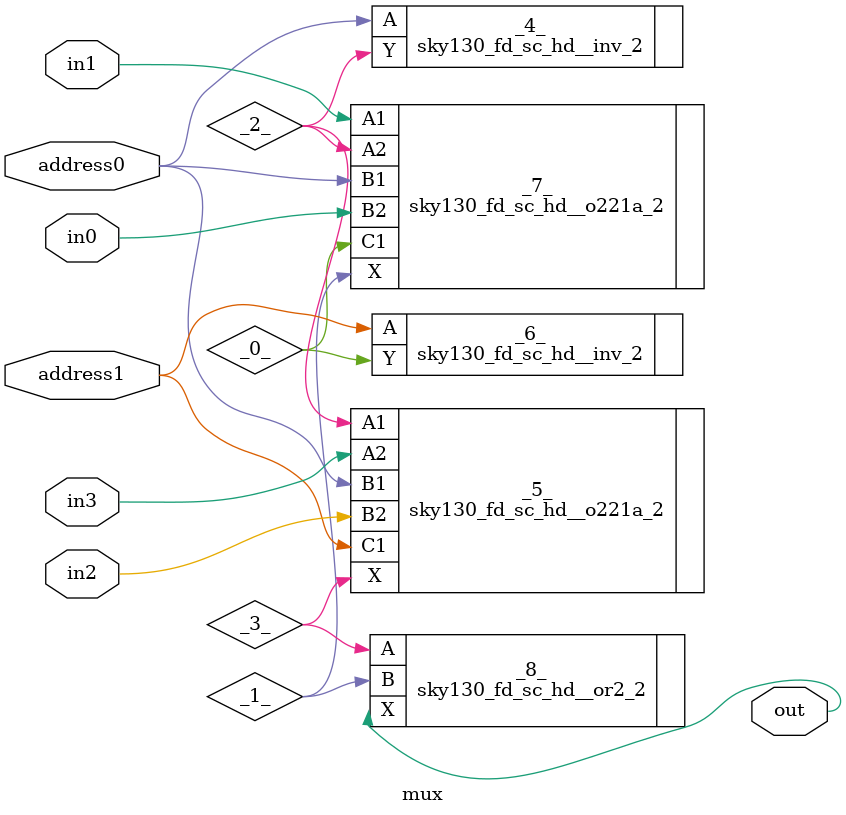
<source format=v>
/* Generated by Yosys 0.9+3621 (git sha1 84e9fa7, gcc 8.3.1 -fPIC -Os) */

module mux(out, address0, address1, in0, in1, in2, in3);
  wire _0_;
  wire _1_;
  wire _2_;
  wire _3_;
  input address0;
  input address1;
  input in0;
  input in1;
  input in2;
  input in3;
  output out;
  sky130_fd_sc_hd__inv_2 _4_ (
    .A(address0),
    .Y(_2_)
  );
  sky130_fd_sc_hd__o221a_2 _5_ (
    .A1(_2_),
    .A2(in3),
    .B1(address0),
    .B2(in2),
    .C1(address1),
    .X(_3_)
  );
  sky130_fd_sc_hd__inv_2 _6_ (
    .A(address1),
    .Y(_0_)
  );
  sky130_fd_sc_hd__o221a_2 _7_ (
    .A1(in1),
    .A2(_2_),
    .B1(address0),
    .B2(in0),
    .C1(_0_),
    .X(_1_)
  );
  sky130_fd_sc_hd__or2_2 _8_ (
    .A(_3_),
    .B(_1_),
    .X(out)
  );
endmodule

</source>
